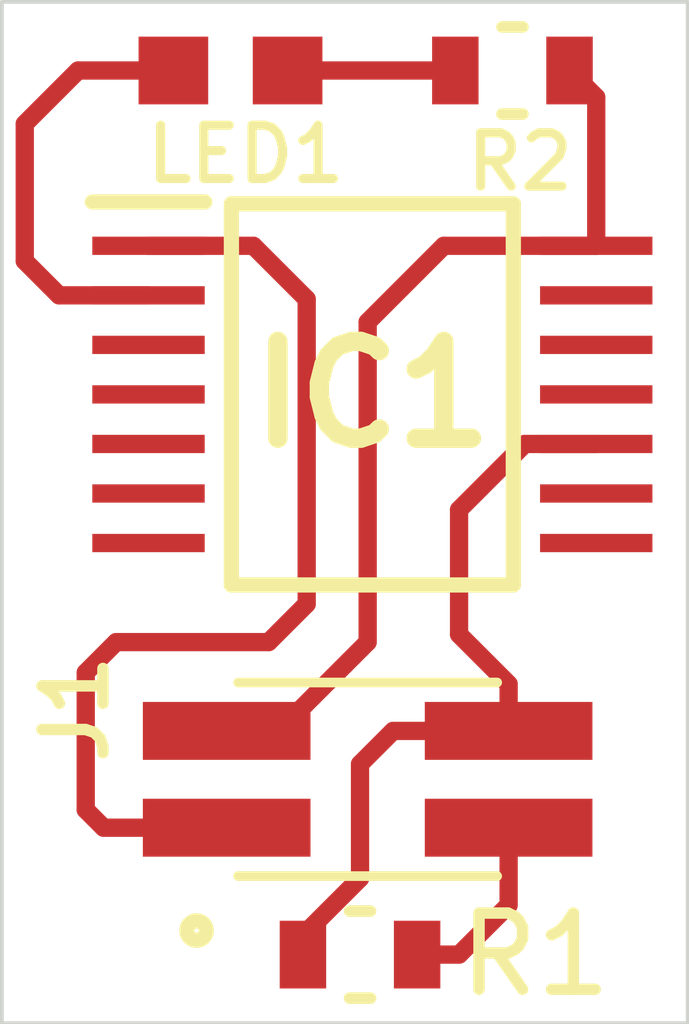
<source format=kicad_pcb>
(kicad_pcb (version 20241229) (generator "pcbnew") (generator_version "9.0")
  (layers (0 "F.Cu" signal) (2 "B.Cu" signal) (13 "F.Paste" user) (15 "B.Paste" user) (5 "F.SilkS" user "F.Silkscreen") (7 "B.SilkS" user "B.Silkscreen") (1 "F.Mask" user) (3 "B.Mask" user) (25 "Edge.Cuts" user))
  (net 0 "")
  (net 11 "UPDI")
  (net 12 "5V")
  (net 13 "TX")
  (net 14 "GND")
  (net 15 "LED")
  (net 16 "Net-(LED1-Pad1)")
  (footprint "Neil:Resistor 0603" (layer "F.Cu") (at 144.6 90.4 180)
    (property "Reference" "R1" (at -2.3 0 0) (layer "F.SilkS"))
    (property "Value" "4.99k" (hide yes))
    (fp_line (start 0.13695 -0.5715) (end -0.13695 -0.5715) (stroke (width 0.1524)) (layer "F.SilkS"))
    (fp_line (start -0.13695 0.5715) (end 0.13695 0.5715) (stroke (width 0.1524)) (layer "F.SilkS"))
    (pad "1" smd rect (at -0.7493 0 180) (size 0.6096 0.889) (layers "F.Cu" "F.Mask" "F.Paste") (net 13 "TX"))
    (pad "2" smd rect (at 0.7493 0 180) (size 0.6096 0.889) (layers "F.Cu" "F.Mask" "F.Paste") (net 11 "UPDI"))
  )
  (footprint "Neil:LED 0603" (layer "F.Cu") (at 142.9 78.8 180)
    (property "Reference" "LED1" (at -0.2 -1.1 0) (layer "F.SilkS") (effects (font (size 0.7 0.7) (thickness 0.12) (bold yes))))
    (property "Value" "B1911USD-20D000114U1930" (hide yes))
    (pad "1" smd rect (at -0.7493 0 180) (size 0.9144 0.889) (layers "F.Cu" "F.Mask" "F.Paste") (net 16 "Net-(LED1-Pad1)"))
    (pad "2" smd rect (at 0.7493 0 180) (size 0.9144 0.889) (layers "F.Cu" "F.Mask" "F.Paste") (net 15 "LED"))
  )
  (footprint "Neil:Resistor 0603" (layer "F.Cu") (at 146.6 78.8)
    (property "Reference" "R2" (at 0.1 1.2 0) (layer "F.SilkS") (effects (font (size 0.7 0.7) (thickness 0.12) (bold yes))))
    (property "Value" "1k" (hide yes))
    (fp_line (start -0.13695 0.5715) (end 0.13695 0.5715) (stroke (width 0.1524)) (layer "F.SilkS"))
    (fp_line (start 0.13695 -0.5715) (end -0.13695 -0.5715) (stroke (width 0.1524)) (layer "F.SilkS"))
    (pad "1" smd rect (at -0.7493 0) (size 0.6096 0.889) (layers "F.Cu" "F.Mask" "F.Paste") (net 16 "Net-(LED1-Pad1)"))
    (pad "2" smd rect (at 0.7493 0) (size 0.6096 0.889) (layers "F.Cu" "F.Mask" "F.Paste") (net 14 "GND"))
  )
  (footprint "Neil:2x2x0.5 header" (layer "F.Cu") (at 144.7 88.1 90)
    (property "Reference" "J1" (at 0.92065 -3.83672 90) (layer "F.SilkS") (effects (font (size 0.800567 0.800567))))
    (property "Value" "UPDI" (hide yes))
    (fp_line (start 1.27 1.7) (end 1.27 -1.7) (stroke (width 0.127)) (layer "F.SilkS"))
    (fp_line (start -1.27 1.7) (end -1.27 -1.7) (stroke (width 0.127)) (layer "F.SilkS"))
    (fp_circle (center -1.985 -2.245) (end -1.858 -2.245) (stroke (width 0.2)) (fill no) (layer "F.SilkS"))
    (pad "1" smd rect (at -0.635 -1.85 90) (size 0.76 2.2) (layers "F.Cu" "F.Mask" "F.Paste") (net 12 "5V"))
    (pad "2" smd rect (at -0.635 1.85 90) (size 0.76 2.2) (layers "F.Cu" "F.Mask" "F.Paste") (net 13 "TX"))
    (pad "3" smd rect (at 0.635 -1.85 90) (size 0.76 2.2) (layers "F.Cu" "F.Mask" "F.Paste") (net 14 "GND"))
    (pad "4" smd rect (at 0.635 1.85 90) (size 0.76 2.2) (layers "F.Cu" "F.Mask" "F.Paste") (net 11 "UPDI"))
  )
  (footprint "Neil:TSSOP 14" (layer "F.Cu") (at 144.762 83.05)
    (property "Reference" "IC1" (at 0 0 0) (layer "F.SilkS") (effects (font (size 1.27 1.27) (thickness 0.254))))
    (property "Value" "ATTINY1624-XF" (hide yes))
    (fp_line (start -3.675 -2.525) (end -2.2 -2.525) (stroke (width 0.2)) (layer "F.SilkS"))
    (fp_line (start -1.85 -2.5) (end 1.85 -2.5) (stroke (width 0.2)) (layer "F.SilkS"))
    (fp_line (start -1.85 2.5) (end -1.85 -2.5) (stroke (width 0.2)) (layer "F.SilkS"))
    (fp_line (start 1.85 -2.5) (end 1.85 2.5) (stroke (width 0.2)) (layer "F.SilkS"))
    (fp_line (start 1.85 2.5) (end -1.85 2.5) (stroke (width 0.2)) (layer "F.SilkS"))
    (pad "1" smd rect (at -2.938 -1.95 90) (size 0.24 1.475) (layers "F.Cu" "F.Mask" "F.Paste") (net 12 "5V"))
    (pad "2" smd rect (at -2.938 -1.3 90) (size 0.24 1.475) (layers "F.Cu" "F.Mask" "F.Paste") (net 15 "LED"))
    (pad "3" smd rect (at -2.938 -0.65 90) (size 0.24 1.475) (layers "F.Cu" "F.Mask" "F.Paste"))
    (pad "4" smd rect (at -2.938 0 90) (size 0.24 1.475) (layers "F.Cu" "F.Mask" "F.Paste"))
    (pad "5" smd rect (at -2.938 0.65 90) (size 0.24 1.475) (layers "F.Cu" "F.Mask" "F.Paste"))
    (pad "6" smd rect (at -2.938 1.3 90) (size 0.24 1.475) (layers "F.Cu" "F.Mask" "F.Paste"))
    (pad "7" smd rect (at -2.938 1.95 90) (size 0.24 1.475) (layers "F.Cu" "F.Mask" "F.Paste"))
    (pad "8" smd rect (at 2.938 1.95 90) (size 0.24 1.475) (layers "F.Cu" "F.Mask" "F.Paste"))
    (pad "9" smd rect (at 2.938 1.3 90) (size 0.24 1.475) (layers "F.Cu" "F.Mask" "F.Paste"))
    (pad "10" smd rect (at 2.938 0.65 90) (size 0.24 1.475) (layers "F.Cu" "F.Mask" "F.Paste") (net 11 "UPDI"))
    (pad "11" smd rect (at 2.938 0 90) (size 0.24 1.475) (layers "F.Cu" "F.Mask" "F.Paste"))
    (pad "12" smd rect (at 2.938 -0.65 90) (size 0.24 1.475) (layers "F.Cu" "F.Mask" "F.Paste"))
    (pad "13" smd rect (at 2.938 -1.3 90) (size 0.24 1.475) (layers "F.Cu" "F.Mask" "F.Paste"))
    (pad "14" smd rect (at 2.938 -1.95 90) (size 0.24 1.475) (layers "F.Cu" "F.Mask" "F.Paste") (net 14 "GND"))
  )
  (gr_rect (start 139.9 77.9) (end 148.9 91.3) (stroke (width 0.05)) (fill no) (layer "Edge.Cuts"))
  (segment (start 145.9 84.5625) (end 146.7625 83.7) (width 0.24) (layer "F.Cu") (net 11))
  (segment (start 145.9 86.2) (end 145.9 84.5625) (width 0.24) (layer "F.Cu") (net 11))
  (segment (start 144.6 87.9) (end 145.035 87.465) (width 0.24) (layer "F.Cu") (net 11))
  (segment (start 146.55 87.465) (end 146.55 86.85) (width 0.24) (layer "F.Cu") (net 11))
  (segment (start 143.8507 90.1493) (end 144.6 89.4) (width 0.24) (layer "F.Cu") (net 11))
  (segment (start 145.035 87.465) (end 146.55 87.465) (width 0.24) (layer "F.Cu") (net 11))
  (segment (start 144.6 89.4) (end 144.6 87.9) (width 0.24) (layer "F.Cu") (net 11))
  (segment (start 143.8507 90.4) (end 143.8507 90.1493) (width 0.24) (layer "F.Cu") (net 11))
  (segment (start 146.55 86.85) (end 145.9 86.2) (width 0.24) (layer "F.Cu") (net 11))
  (segment (start 146.7625 83.7) (end 147.7 83.7) (width 0.24) (layer "F.Cu") (net 11))
  (segment (start 143.4 86.3) (end 143.9 85.8) (width 0.24) (layer "F.Cu") (net 12))
  (segment (start 141 86.7) (end 141.4 86.3) (width 0.24) (layer "F.Cu") (net 12))
  (segment (start 143.2 81.1) (end 141.824 81.1) (width 0.24) (layer "F.Cu") (net 12))
  (segment (start 142.85 88.735) (end 141.235 88.735) (width 0.24) (layer "F.Cu") (net 12))
  (segment (start 143.9 81.8) (end 143.2 81.1) (width 0.24) (layer "F.Cu") (net 12))
  (segment (start 141.4 86.3) (end 143.4 86.3) (width 0.24) (layer "F.Cu") (net 12))
  (segment (start 143.9 85.8) (end 143.9 81.8) (width 0.24) (layer "F.Cu") (net 12))
  (segment (start 141 88.5) (end 141 86.7) (width 0.24) (layer "F.Cu") (net 12))
  (segment (start 141.235 88.735) (end 141 88.5) (width 0.24) (layer "F.Cu") (net 12))
  (segment (start 145.9 90.4) (end 146.55 89.75) (width 0.24) (layer "F.Cu") (net 13))
  (segment (start 146.55 89.75) (end 146.55 88.735) (width 0.24) (layer "F.Cu") (net 13))
  (segment (start 145.3493 90.4) (end 145.9 90.4) (width 0.24) (layer "F.Cu") (net 13))
  (segment (start 147.7 81.1) (end 147.7 79.1507) (width 0.24) (layer "F.Cu") (net 14))
  (segment (start 143.535 87.465) (end 144.7 86.3) (width 0.24) (layer "F.Cu") (net 14))
  (segment (start 142.85 87.465) (end 143.535 87.465) (width 0.24) (layer "F.Cu") (net 14))
  (segment (start 144.7 82.1) (end 145.7 81.1) (width 0.24) (layer "F.Cu") (net 14))
  (segment (start 145.7 81.1) (end 147.7 81.1) (width 0.24) (layer "F.Cu") (net 14))
  (segment (start 147.7 79.1507) (end 147.3493 78.8) (width 0.24) (layer "F.Cu") (net 14))
  (segment (start 144.7 86.3) (end 144.7 82.1) (width 0.24) (layer "F.Cu") (net 14))
  (segment (start 142.1507 78.8) (end 140.9 78.8) (width 0.24) (layer "F.Cu") (net 15))
  (segment (start 140.2 81.3) (end 140.65 81.75) (width 0.24) (layer "F.Cu") (net 15))
  (segment (start 140.9 78.8) (end 140.2 79.5) (width 0.24) (layer "F.Cu") (net 15))
  (segment (start 140.2 79.5) (end 140.2 81.3) (width 0.24) (layer "F.Cu") (net 15))
  (segment (start 140.65 81.75) (end 141.824 81.75) (width 0.24) (layer "F.Cu") (net 15))
  (segment (start 143.6493 78.8) (end 145.8507 78.8) (width 0.24) (layer "F.Cu") (net 16))
)
</source>
